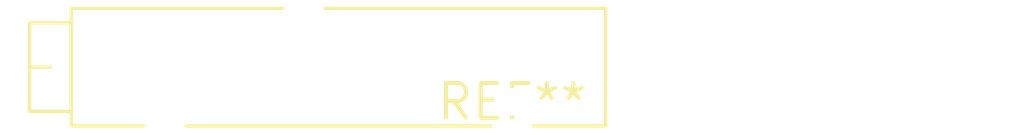
<source format=kicad_pcb>
(kicad_pcb (version 20240108) (generator pcbnew)
  (layers (0 "F.Cu" signal) (31 "B.Cu" signal) (34 "B.Paste" user) (35 "F.Paste" user) (36 "B.SilkS" user "B.Silkscreen") (37 "F.SilkS" user "F.Silkscreen") (38 "B.Mask" user) (39 "F.Mask" user) (44 "Edge.Cuts" user))
  (net 0 "")
  (footprint "Potentiometer_Bourns_3005_Horizontal" (layer "F.Cu") (at 0 0)
    (property "Reference" "REF**")
    (property "Value" "Potentiometer_Bourns_3005_Horizontal")
    (fp_line (start -17.64 -2.89) (end -17.64 0.35) (layer "F.SilkS") (stroke (width 0.12)))
    (fp_line (start -17.64 -2.89) (end -16.121 -2.89) (layer "F.SilkS") (stroke (width 0.12)))
    (fp_line (start -17.64 -1.27) (end -16.881 -1.27) (layer "F.SilkS") (stroke (width 0.12)))
    (fp_line (start -17.64 0.35) (end -16.121 0.35) (layer "F.SilkS") (stroke (width 0.12)))
    (fp_line (start -16.121 -2.89) (end -16.121 0.35) (layer "F.SilkS") (stroke (width 0.12)))
    (fp_line (start -16.12 -3.42) (end -16.12 0.88) (layer "F.SilkS") (stroke (width 0.12)))
    (fp_line (start -16.12 -3.42) (end -8.389 -3.42) (layer "F.SilkS") (stroke (width 0.12)))
    (fp_line (start -16.12 0.88) (end -13.469 0.88) (layer "F.SilkS") (stroke (width 0.12)))
    (fp_line (start -11.93 0.88) (end -0.769 0.88) (layer "F.SilkS") (stroke (width 0.12)))
    (fp_line (start -6.85 -3.42) (end 3.42 -3.42) (layer "F.SilkS") (stroke (width 0.12)))
    (fp_line (start 0.77 0.88) (end 3.42 0.88) (layer "F.SilkS") (stroke (width 0.12)))
    (fp_line (start 3.42 -3.42) (end 3.42 0.88) (layer "F.SilkS") (stroke (width 0.12)))
    (pad "1" thru_hole circle (at 0 0) (size 1.8 1.8) (drill 1) (layers *.Cu *.Mask) (remove_unused_layers))
    (pad "2" thru_hole circle (at -7.62 -2.54) (size 1.8 1.8) (drill 1) (layers *.Cu *.Mask) (remove_unused_layers))
    (pad "3" thru_hole circle (at -12.7 0) (size 1.8 1.8) (drill 1) (layers *.Cu *.Mask) (remove_unused_layers))
  )
)
</source>
